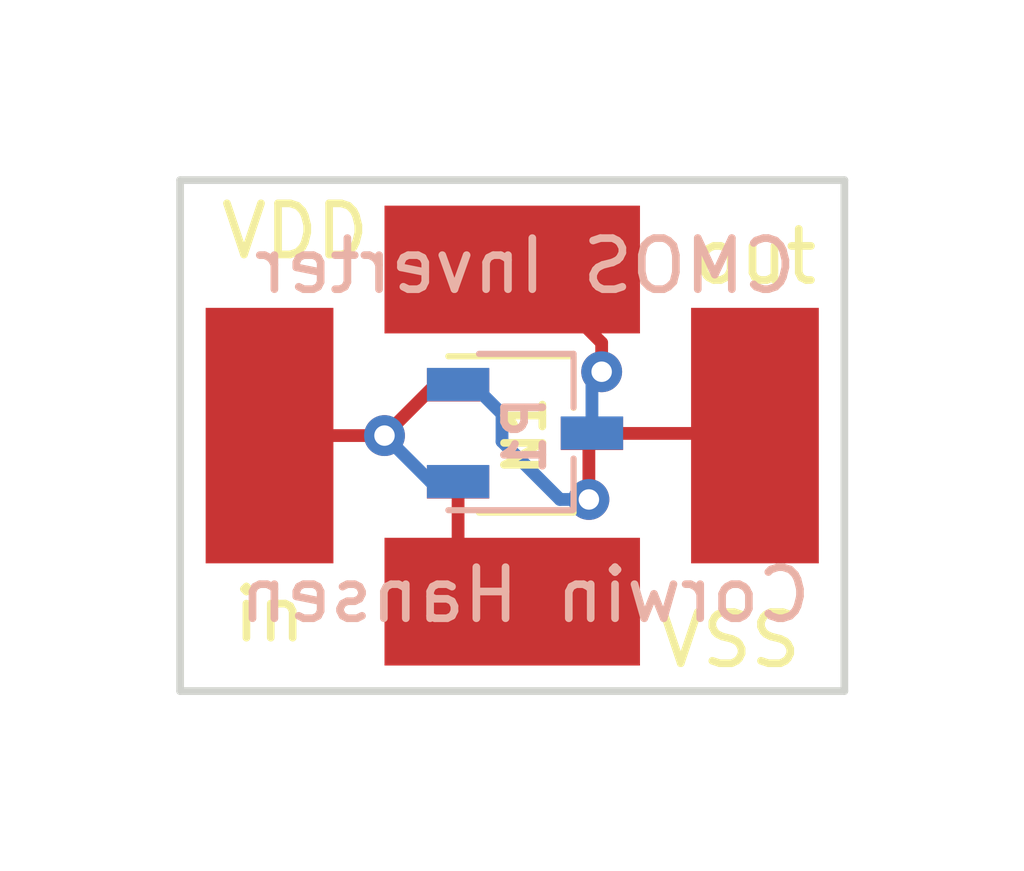
<source format=kicad_pcb>
(kicad_pcb (version 20171130) (host pcbnew "(5.0-dev-4115-gdd04bcb)")

  (general
    (thickness 1.6)
    (drawings 5)
    (tracks 25)
    (zones 0)
    (modules 6)
    (nets 5)
  )

  (page A4)
  (layers
    (0 F.Cu signal)
    (31 B.Cu signal)
    (32 B.Adhes user)
    (33 F.Adhes user)
    (34 B.Paste user)
    (35 F.Paste user)
    (36 B.SilkS user)
    (37 F.SilkS user)
    (38 B.Mask user)
    (39 F.Mask user)
    (40 Dwgs.User user)
    (41 Cmts.User user)
    (42 Eco1.User user)
    (43 Eco2.User user)
    (44 Edge.Cuts user)
    (45 Margin user)
    (46 B.CrtYd user)
    (47 F.CrtYd user)
    (48 B.Fab user)
    (49 F.Fab user)
  )

  (setup
    (last_trace_width 0.25)
    (trace_clearance 0.2)
    (zone_clearance 0.508)
    (zone_45_only no)
    (trace_min 0.2)
    (segment_width 0.2)
    (edge_width 0.15)
    (via_size 0.8)
    (via_drill 0.4)
    (via_min_size 0.4)
    (via_min_drill 0.3)
    (uvia_size 0.3)
    (uvia_drill 0.1)
    (uvias_allowed no)
    (uvia_min_size 0.2)
    (uvia_min_drill 0.1)
    (pcb_text_width 0.3)
    (pcb_text_size 1.5 1.5)
    (mod_edge_width 0.15)
    (mod_text_size 1 1)
    (mod_text_width 0.15)
    (pad_size 5 2.5)
    (pad_drill 0)
    (pad_to_mask_clearance 0.2)
    (aux_axis_origin 0 0)
    (visible_elements FFFFFF7F)
    (pcbplotparams
      (layerselection 0x010fc_ffffffff)
      (usegerberextensions false)
      (usegerberattributes false)
      (usegerberadvancedattributes false)
      (creategerberjobfile false)
      (excludeedgelayer true)
      (linewidth 0.100000)
      (plotframeref false)
      (viasonmask false)
      (mode 1)
      (useauxorigin false)
      (hpglpennumber 1)
      (hpglpenspeed 20)
      (hpglpendiameter 15)
      (psnegative false)
      (psa4output false)
      (plotreference true)
      (plotvalue true)
      (plotinvisibletext false)
      (padsonsilk false)
      (subtractmaskfromsilk false)
      (outputformat 1)
      (mirror false)
      (drillshape 0)
      (scaleselection 1)
      (outputdirectory ../gerber/))
  )

  (net 0 "")
  (net 1 "Net-(J1-Pad1)")
  (net 2 "Net-(J2-Pad1)")
  (net 3 "Net-(J3-Pad1)")
  (net 4 "Net-(J4-Pad1)")

  (net_class Default "This is the default net class."
    (clearance 0.2)
    (trace_width 0.25)
    (via_dia 0.8)
    (via_drill 0.4)
    (uvia_dia 0.3)
    (uvia_drill 0.1)
    (add_net "Net-(J1-Pad1)")
    (add_net "Net-(J2-Pad1)")
    (add_net "Net-(J3-Pad1)")
    (add_net "Net-(J4-Pad1)")
  )

  (module Wire_Pads:SolderWirePad_single_SMD_5x10mm (layer F.Cu) (tedit 5AEFF7F0) (tstamp 5AF9A22F)
    (at 170 84.25 90)
    (descr "Wire Pad, Square, SMD Pad,  5mm x 10mm,")
    (tags "MesurementPoint Square SMDPad 5mmx10mm ")
    (path /5AEFF64C)
    (attr smd)
    (fp_text reference J1 (at 0 -3.81 90) (layer F.SilkS) hide
      (effects (font (size 1 1) (thickness 0.15)))
    )
    (fp_text value in (at -3.5 0 180) (layer F.SilkS)
      (effects (font (size 1 1) (thickness 0.15)))
    )
    (fp_line (start 2.75 -5.25) (end -2.75 -5.25) (layer F.CrtYd) (width 0.05))
    (fp_line (start 2.75 5.25) (end 2.75 -5.25) (layer F.CrtYd) (width 0.05))
    (fp_line (start -2.75 5.25) (end 2.75 5.25) (layer F.CrtYd) (width 0.05))
    (fp_line (start -2.75 -5.25) (end -2.75 5.25) (layer F.CrtYd) (width 0.05))
    (pad 1 smd rect (at 0 0 90) (size 5 2.5) (layers F.Cu F.Paste F.Mask)
      (net 1 "Net-(J1-Pad1)"))
  )

  (module Wire_Pads:SolderWirePad_single_SMD_5x10mm (layer F.Cu) (tedit 5AEFF7EC) (tstamp 5AF9A238)
    (at 174.75 81)
    (descr "Wire Pad, Square, SMD Pad,  5mm x 10mm,")
    (tags "MesurementPoint Square SMDPad 5mmx10mm ")
    (path /5AEFF5C9)
    (attr smd)
    (fp_text reference J2 (at 0 -3.81) (layer F.SilkS) hide
      (effects (font (size 1 1) (thickness 0.15)))
    )
    (fp_text value VDD (at -4.25 -0.75) (layer F.SilkS)
      (effects (font (size 1 1) (thickness 0.15)))
    )
    (fp_line (start -2.75 -5.25) (end -2.75 5.25) (layer F.CrtYd) (width 0.05))
    (fp_line (start -2.75 5.25) (end 2.75 5.25) (layer F.CrtYd) (width 0.05))
    (fp_line (start 2.75 5.25) (end 2.75 -5.25) (layer F.CrtYd) (width 0.05))
    (fp_line (start 2.75 -5.25) (end -2.75 -5.25) (layer F.CrtYd) (width 0.05))
    (pad 1 smd rect (at 0 0) (size 5 2.5) (layers F.Cu F.Paste F.Mask)
      (net 2 "Net-(J2-Pad1)"))
  )

  (module Wire_Pads:SolderWirePad_single_SMD_5x10mm (layer F.Cu) (tedit 5AEFF7E8) (tstamp 5AF9A241)
    (at 174.75 87.5)
    (descr "Wire Pad, Square, SMD Pad,  5mm x 10mm,")
    (tags "MesurementPoint Square SMDPad 5mmx10mm ")
    (path /5AEFF692)
    (attr smd)
    (fp_text reference J3 (at 0 -3.81) (layer F.SilkS) hide
      (effects (font (size 1 1) (thickness 0.15)))
    )
    (fp_text value VSS (at 4.25 0.75) (layer F.SilkS)
      (effects (font (size 1 1) (thickness 0.15)))
    )
    (fp_line (start -2.75 -5.25) (end -2.75 5.25) (layer F.CrtYd) (width 0.05))
    (fp_line (start -2.75 5.25) (end 2.75 5.25) (layer F.CrtYd) (width 0.05))
    (fp_line (start 2.75 5.25) (end 2.75 -5.25) (layer F.CrtYd) (width 0.05))
    (fp_line (start 2.75 -5.25) (end -2.75 -5.25) (layer F.CrtYd) (width 0.05))
    (pad 1 smd rect (at 0 0) (size 5 2.5) (layers F.Cu F.Paste F.Mask)
      (net 3 "Net-(J3-Pad1)"))
  )

  (module Wire_Pads:SolderWirePad_single_SMD_5x10mm (layer F.Cu) (tedit 5AEFF7E4) (tstamp 5AF9A24A)
    (at 179.5 84.25 90)
    (descr "Wire Pad, Square, SMD Pad,  5mm x 10mm,")
    (tags "MesurementPoint Square SMDPad 5mmx10mm ")
    (path /5AEFF6F8)
    (attr smd)
    (fp_text reference J4 (at 0 -3.81 90) (layer F.SilkS) hide
      (effects (font (size 1 1) (thickness 0.15)))
    )
    (fp_text value out (at 3.5 0 180) (layer F.SilkS)
      (effects (font (size 1 1) (thickness 0.15)))
    )
    (fp_line (start 2.75 -5.25) (end -2.75 -5.25) (layer F.CrtYd) (width 0.05))
    (fp_line (start 2.75 5.25) (end 2.75 -5.25) (layer F.CrtYd) (width 0.05))
    (fp_line (start -2.75 5.25) (end 2.75 5.25) (layer F.CrtYd) (width 0.05))
    (fp_line (start -2.75 -5.25) (end -2.75 5.25) (layer F.CrtYd) (width 0.05))
    (pad 1 smd rect (at 0 0 90) (size 5 2.5) (layers F.Cu F.Paste F.Mask)
      (net 4 "Net-(J4-Pad1)"))
  )

  (module TO_SOT_Packages_SMD:TSOT-23 (layer F.Cu) (tedit 5AEFF7AB) (tstamp 5AF9A25F)
    (at 175 84.2075)
    (descr "3-pin TSOT23 package, http://www.analog.com.tw/pdf/All_In_One.pdf")
    (tags TSOT-23)
    (path /5AEFF8F6)
    (attr smd)
    (fp_text reference N1 (at 0 0.0425 -90) (layer F.SilkS)
      (effects (font (size 0.75 0.75) (thickness 0.15)))
    )
    (fp_text value N (at 0 2.5) (layer F.Fab)
      (effects (font (size 1 1) (thickness 0.15)))
    )
    (fp_line (start 2.17 1.7) (end -2.17 1.7) (layer F.CrtYd) (width 0.05))
    (fp_line (start 2.17 1.7) (end 2.17 -1.7) (layer F.CrtYd) (width 0.05))
    (fp_line (start -2.17 -1.7) (end -2.17 1.7) (layer F.CrtYd) (width 0.05))
    (fp_line (start -2.17 -1.7) (end 2.17 -1.7) (layer F.CrtYd) (width 0.05))
    (fp_line (start 0.88 -1.45) (end 0.88 1.45) (layer F.Fab) (width 0.1))
    (fp_line (start 0.88 1.45) (end -0.88 1.45) (layer F.Fab) (width 0.1))
    (fp_line (start -0.88 -1) (end -0.88 1.45) (layer F.Fab) (width 0.1))
    (fp_line (start 0.88 -1.45) (end -0.43 -1.45) (layer F.Fab) (width 0.1))
    (fp_line (start -0.88 -1) (end -0.43 -1.45) (layer F.Fab) (width 0.1))
    (fp_line (start 0.93 -1.51) (end -1.5 -1.51) (layer F.SilkS) (width 0.12))
    (fp_line (start 0.95 -1.5) (end 0.95 -0.5) (layer F.SilkS) (width 0.12))
    (fp_line (start 0.95 1.55) (end -0.9 1.55) (layer F.SilkS) (width 0.12))
    (fp_line (start 0.95 0.5) (end 0.95 1.55) (layer F.SilkS) (width 0.12))
    (fp_text user %R (at 0 0 90) (layer F.Fab)
      (effects (font (size 0.5 0.5) (thickness 0.075)))
    )
    (pad 3 smd rect (at 1.31 0) (size 1.22 0.65) (layers F.Cu F.Paste F.Mask)
      (net 4 "Net-(J4-Pad1)"))
    (pad 2 smd rect (at -1.31 0.95) (size 1.22 0.65) (layers F.Cu F.Paste F.Mask)
      (net 3 "Net-(J3-Pad1)"))
    (pad 1 smd rect (at -1.31 -0.95) (size 1.22 0.65) (layers F.Cu F.Paste F.Mask)
      (net 1 "Net-(J1-Pad1)"))
    (model ${KISYS3DMOD}/TO_SOT_Packages_SMD.3dshapes/TSOT-23.wrl
      (at (xyz 0 0 0))
      (scale (xyz 1 1 1))
      (rotate (xyz 0 0 0))
    )
  )

  (module TO_SOT_Packages_SMD:TSOT-23 (layer B.Cu) (tedit 5AEFF7BE) (tstamp 5AF9A274)
    (at 175 84.2)
    (descr "3-pin TSOT23 package, http://www.analog.com.tw/pdf/All_In_One.pdf")
    (tags TSOT-23)
    (path /5AEFFAFC)
    (attr smd)
    (fp_text reference P1 (at 0 0.05 90) (layer B.SilkS)
      (effects (font (size 0.75 0.75) (thickness 0.15)) (justify mirror))
    )
    (fp_text value P (at 0 -2.5) (layer B.Fab)
      (effects (font (size 1 1) (thickness 0.15)) (justify mirror))
    )
    (fp_text user %R (at 0 0 -90) (layer B.Fab)
      (effects (font (size 0.5 0.5) (thickness 0.075)) (justify mirror))
    )
    (fp_line (start 0.95 -0.5) (end 0.95 -1.55) (layer B.SilkS) (width 0.12))
    (fp_line (start 0.95 -1.55) (end -0.9 -1.55) (layer B.SilkS) (width 0.12))
    (fp_line (start 0.95 1.5) (end 0.95 0.5) (layer B.SilkS) (width 0.12))
    (fp_line (start 0.93 1.51) (end -1.5 1.51) (layer B.SilkS) (width 0.12))
    (fp_line (start -0.88 1) (end -0.43 1.45) (layer B.Fab) (width 0.1))
    (fp_line (start 0.88 1.45) (end -0.43 1.45) (layer B.Fab) (width 0.1))
    (fp_line (start -0.88 1) (end -0.88 -1.45) (layer B.Fab) (width 0.1))
    (fp_line (start 0.88 -1.45) (end -0.88 -1.45) (layer B.Fab) (width 0.1))
    (fp_line (start 0.88 1.45) (end 0.88 -1.45) (layer B.Fab) (width 0.1))
    (fp_line (start -2.17 1.7) (end 2.17 1.7) (layer B.CrtYd) (width 0.05))
    (fp_line (start -2.17 1.7) (end -2.17 -1.7) (layer B.CrtYd) (width 0.05))
    (fp_line (start 2.17 -1.7) (end 2.17 1.7) (layer B.CrtYd) (width 0.05))
    (fp_line (start 2.17 -1.7) (end -2.17 -1.7) (layer B.CrtYd) (width 0.05))
    (pad 1 smd rect (at -1.31 0.95) (size 1.22 0.65) (layers B.Cu B.Paste B.Mask)
      (net 1 "Net-(J1-Pad1)"))
    (pad 2 smd rect (at -1.31 -0.95) (size 1.22 0.65) (layers B.Cu B.Paste B.Mask)
      (net 4 "Net-(J4-Pad1)"))
    (pad 3 smd rect (at 1.31 0) (size 1.22 0.65) (layers B.Cu B.Paste B.Mask)
      (net 2 "Net-(J2-Pad1)"))
    (model ${KISYS3DMOD}/TO_SOT_Packages_SMD.3dshapes/TSOT-23.wrl
      (at (xyz 0 0 0))
      (scale (xyz 1 1 1))
      (rotate (xyz 0 0 0))
    )
  )

  (gr_text "CMOS Inverter\n\n\n\nCorwin Hansen" (at 175 84.15) (layer B.SilkS)
    (effects (font (size 1 1) (thickness 0.15)) (justify mirror))
  )
  (gr_line (start 181.25 79.25) (end 168.25 79.25) (layer Edge.Cuts) (width 0.15))
  (gr_line (start 181.25 89.25) (end 181.25 79.25) (layer Edge.Cuts) (width 0.15))
  (gr_line (start 168.25 89.25) (end 181.25 89.25) (layer Edge.Cuts) (width 0.15))
  (gr_line (start 168.25 79.25) (end 168.25 89.25) (layer Edge.Cuts) (width 0.15))

  (segment (start 172.25 84.25) (end 170 84.25) (width 0.25) (layer F.Cu) (net 1))
  (segment (start 173.69 85.15) (end 173.15 85.15) (width 0.25) (layer B.Cu) (net 1))
  (segment (start 173.15 85.15) (end 172.25 84.25) (width 0.25) (layer B.Cu) (net 1))
  (segment (start 173.69 83.2575) (end 173.2425 83.2575) (width 0.25) (layer F.Cu) (net 1))
  (segment (start 173.2425 83.2575) (end 172.25 84.25) (width 0.25) (layer F.Cu) (net 1))
  (via (at 172.25 84.25) (size 0.8) (drill 0.4) (layers F.Cu B.Cu) (net 1))
  (segment (start 176.5 83) (end 176.5 82.434315) (width 0.25) (layer F.Cu) (net 2))
  (segment (start 176.5 82.434315) (end 175.065685 81) (width 0.25) (layer F.Cu) (net 2))
  (segment (start 175.065685 81) (end 174.75 81) (width 0.25) (layer F.Cu) (net 2))
  (segment (start 176.31 84.2) (end 176.31 83.19) (width 0.25) (layer B.Cu) (net 2))
  (segment (start 176.31 83.19) (end 176.5 83) (width 0.25) (layer B.Cu) (net 2))
  (via (at 176.5 83) (size 0.8) (drill 0.4) (layers F.Cu B.Cu) (net 2))
  (segment (start 173.69 85.1575) (end 173.69 86.44) (width 0.25) (layer F.Cu) (net 3))
  (segment (start 173.69 86.44) (end 174.75 87.5) (width 0.25) (layer F.Cu) (net 3))
  (segment (start 176.25 85.5) (end 176.25 84.2675) (width 0.25) (layer F.Cu) (net 4))
  (segment (start 176.25 84.2675) (end 176.31 84.2075) (width 0.25) (layer F.Cu) (net 4))
  (segment (start 175.684315 85.5) (end 176.25 85.5) (width 0.25) (layer B.Cu) (net 4))
  (segment (start 173.975 83.25) (end 174.55 83.825) (width 0.25) (layer B.Cu) (net 4))
  (segment (start 174.55 83.825) (end 174.55 84.365685) (width 0.25) (layer B.Cu) (net 4))
  (segment (start 175.94 85.5) (end 176.25 85.5) (width 0.25) (layer B.Cu) (net 4))
  (segment (start 173.69 83.25) (end 173.975 83.25) (width 0.25) (layer B.Cu) (net 4))
  (segment (start 174.55 84.365685) (end 175.684315 85.5) (width 0.25) (layer B.Cu) (net 4))
  (via (at 176.25 85.5) (size 0.8) (drill 0.4) (layers F.Cu B.Cu) (net 4))
  (segment (start 176.31 84.2075) (end 179.4575 84.2075) (width 0.25) (layer F.Cu) (net 4))
  (segment (start 179.4575 84.2075) (end 179.5 84.25) (width 0.25) (layer F.Cu) (net 4))

)

</source>
